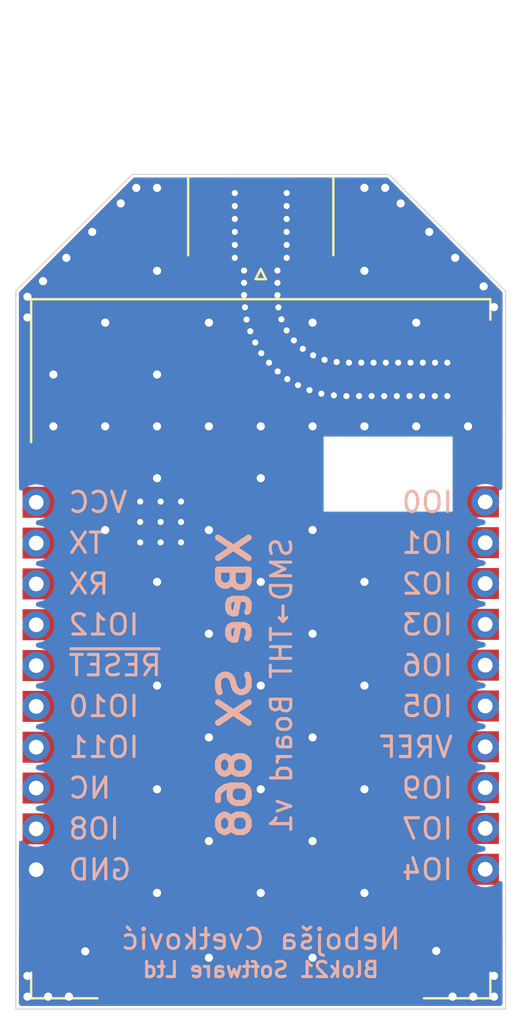
<source format=kicad_pcb>
(kicad_pcb (version 20171130) (host pcbnew "(6.0.0-rc1-dev-1577-ga1d1354bc)")

  (general
    (thickness 1.6)
    (drawings 31)
    (tracks 125)
    (zones 0)
    (modules 4)
    (nets 35)
  )

  (page A4)
  (title_block
    (title "XBee SMD -> THT Adapter Board")
    (date 2019-01-31)
    (rev v01)
    (company "Blok21 Software Limited")
    (comment 1 "Author: Nebojša Cvetković")
  )

  (layers
    (0 F.Cu signal)
    (31 B.Cu signal)
    (32 B.Adhes user)
    (33 F.Adhes user)
    (34 B.Paste user)
    (35 F.Paste user)
    (36 B.SilkS user)
    (37 F.SilkS user)
    (38 B.Mask user)
    (39 F.Mask user)
    (40 Dwgs.User user)
    (41 Cmts.User user)
    (42 Eco1.User user)
    (43 Eco2.User user)
    (44 Edge.Cuts user)
    (45 Margin user)
    (46 B.CrtYd user)
    (47 F.CrtYd user)
    (48 B.Fab user)
    (49 F.Fab user)
  )

  (setup
    (last_trace_width 0.35)
    (user_trace_width 0.254)
    (user_trace_width 0.508)
    (user_trace_width 0.635)
    (trace_clearance 0.2)
    (zone_clearance 0.12954)
    (zone_45_only no)
    (trace_min 0.2)
    (via_size 0.8)
    (via_drill 0.4)
    (via_min_size 0.4)
    (via_min_drill 0.3)
    (user_via 0.6 0.3)
    (uvia_size 0.3)
    (uvia_drill 0.1)
    (uvias_allowed no)
    (uvia_min_size 0.2)
    (uvia_min_drill 0.1)
    (edge_width 0.05)
    (segment_width 0.2)
    (pcb_text_width 0.3)
    (pcb_text_size 1.5 1.5)
    (mod_edge_width 0.12)
    (mod_text_size 1 1)
    (mod_text_width 0.15)
    (pad_size 6.3 6.3)
    (pad_drill 6.3)
    (pad_to_mask_clearance 0.051)
    (solder_mask_min_width 0.25)
    (aux_axis_origin 148.4985 104.99958)
    (grid_origin 148.4985 104.99958)
    (visible_elements 7FFDF7FF)
    (pcbplotparams
      (layerselection 0x010fc_ffffffff)
      (usegerberextensions false)
      (usegerberattributes false)
      (usegerberadvancedattributes false)
      (creategerberjobfile false)
      (excludeedgelayer true)
      (linewidth 0.100000)
      (plotframeref false)
      (viasonmask false)
      (mode 1)
      (useauxorigin false)
      (hpglpennumber 1)
      (hpglpenspeed 20)
      (hpglpendiameter 15.000000)
      (psnegative false)
      (psa4output false)
      (plotreference true)
      (plotvalue true)
      (plotinvisibletext false)
      (padsonsilk false)
      (subtractmaskfromsilk false)
      (outputformat 4)
      (mirror false)
      (drillshape 0)
      (scaleselection 1)
      (outputdirectory ""))
  )

  (net 0 "")
  (net 1 GND)
  (net 2 DIO8)
  (net 3 "Net-(J2-Pad8)")
  (net 4 DIO11)
  (net 5 DIO10)
  (net 6 RESET)
  (net 7 DIO12)
  (net 8 DIN)
  (net 9 DOUT)
  (net 10 VCC)
  (net 11 DIO4)
  (net 12 DIO7)
  (net 13 DIO9)
  (net 14 VREF)
  (net 15 DIO5)
  (net 16 DIO6)
  (net 17 DIO3)
  (net 18 DIO2)
  (net 19 DIO1)
  (net 20 DIO0)
  (net 21 "Net-(U1-Pad37)")
  (net 22 "Net-(U1-Pad34)")
  (net 23 "Net-(U1-Pad23)")
  (net 24 "Net-(U1-Pad21)")
  (net 25 "Net-(U1-Pad20)")
  (net 26 "Net-(U1-Pad19)")
  (net 27 "Net-(U1-Pad18)")
  (net 28 "Net-(U1-Pad17)")
  (net 29 "Net-(U1-Pad16)")
  (net 30 "Net-(U1-Pad15)")
  (net 31 "Net-(U1-Pad14)")
  (net 32 "Net-(U1-Pad12)")
  (net 33 "Net-(U1-Pad9)")
  (net 34 "Net-(J1-Pad1)")

  (net_class Default "This is the default net class."
    (clearance 0.2)
    (trace_width 0.35)
    (via_dia 0.8)
    (via_drill 0.4)
    (uvia_dia 0.3)
    (uvia_drill 0.1)
    (add_net DIN)
    (add_net DIO0)
    (add_net DIO1)
    (add_net DIO10)
    (add_net DIO11)
    (add_net DIO12)
    (add_net DIO2)
    (add_net DIO3)
    (add_net DIO4)
    (add_net DIO5)
    (add_net DIO6)
    (add_net DIO7)
    (add_net DIO8)
    (add_net DIO9)
    (add_net DOUT)
    (add_net GND)
    (add_net "Net-(J1-Pad1)")
    (add_net "Net-(J2-Pad8)")
    (add_net "Net-(U1-Pad12)")
    (add_net "Net-(U1-Pad14)")
    (add_net "Net-(U1-Pad15)")
    (add_net "Net-(U1-Pad16)")
    (add_net "Net-(U1-Pad17)")
    (add_net "Net-(U1-Pad18)")
    (add_net "Net-(U1-Pad19)")
    (add_net "Net-(U1-Pad20)")
    (add_net "Net-(U1-Pad21)")
    (add_net "Net-(U1-Pad23)")
    (add_net "Net-(U1-Pad34)")
    (add_net "Net-(U1-Pad37)")
    (add_net "Net-(U1-Pad9)")
    (add_net RESET)
    (add_net VCC)
    (add_net VREF)
  )

  (module xbee-smd-tht:Digi_XBee_SMT_GND_Pad (layer F.Cu) (tedit 5C407AAA) (tstamp 5C555ECC)
    (at 148.4985 103.91958)
    (descr "http://www.digi.com/resources/documentation/digidocs/pdfs/90002126.pdf http://ftp1.digi.com/support/documentation/90001020_F.pdf")
    (tags "Digi XBee SMT RF")
    (path /5C3FCD4E)
    (attr smd)
    (fp_text reference U1 (at 0 -18.85) (layer F.SilkS) hide
      (effects (font (size 1 1) (thickness 0.15)))
    )
    (fp_text value XBee_SMT (at 0 2.5) (layer F.Fab)
      (effects (font (size 1 1) (thickness 0.15)))
    )
    (fp_text user "GND plane recommended!" (at 0 -3) (layer Dwgs.User)
      (effects (font (size 0.8 0.8) (thickness 0.1)))
    )
    (fp_text user "Below module keepout or" (at 0 -4.2) (layer Dwgs.User)
      (effects (font (size 0.8 0.8) (thickness 0.1)))
    )
    (fp_text user Keepout (at 4.8 -10) (layer Dwgs.User)
      (effects (font (size 0.5 0.5) (thickness 0.1)))
    )
    (fp_text user required (at 4.8 -9) (layer Dwgs.User)
      (effects (font (size 0.5 0.5) (thickness 0.1)))
    )
    (fp_line (start 3 -10.6) (end 3 -8.3) (layer Dwgs.User) (width 0.12))
    (fp_line (start 3 -8.3) (end 9.4 -8.3) (layer Dwgs.User) (width 0.12))
    (fp_line (start 9.4 -8.3) (end 9.4 -10.6) (layer Dwgs.User) (width 0.12))
    (fp_line (start 9.4 -10.6) (end 3 -10.6) (layer Dwgs.User) (width 0.12))
    (fp_line (start 8 16.4) (end 11.25 16.4) (layer F.SilkS) (width 0.12))
    (fp_line (start 11.25 16.4) (end 11.25 15.15) (layer F.SilkS) (width 0.12))
    (fp_line (start -11.25 15.15) (end -11.25 16.4) (layer F.SilkS) (width 0.12))
    (fp_line (start -11.25 16.4) (end -8 16.4) (layer F.SilkS) (width 0.12))
    (fp_line (start -11.25 -10.85) (end -11.25 -17.85) (layer F.SilkS) (width 0.12))
    (fp_line (start -11.25 -17.85) (end 11.25 -17.85) (layer F.SilkS) (width 0.12))
    (fp_line (start 11.25 -17.85) (end 11.25 -16.85) (layer F.SilkS) (width 0.12))
    (fp_line (start -12.75 17.65) (end -12.75 -18.1) (layer F.CrtYd) (width 0.05))
    (fp_line (start -12.75 -18.1) (end 12.75 -18.1) (layer F.CrtYd) (width 0.05))
    (fp_line (start 12.75 -18.1) (end 12.75 17.65) (layer F.CrtYd) (width 0.05))
    (fp_line (start 12.75 17.65) (end -12.75 17.65) (layer F.CrtYd) (width 0.05))
    (fp_line (start -11 16.18) (end 11 16.18) (layer F.Fab) (width 0.1))
    (fp_line (start 11 16.18) (end 11 -17.6) (layer F.Fab) (width 0.1))
    (fp_line (start 11 -17.6) (end -11 -17.6) (layer F.Fab) (width 0.1))
    (fp_line (start -11 -17.6) (end -11 16.18) (layer F.Fab) (width 0.1))
    (fp_text user %R (at 0.25 0) (layer F.Fab)
      (effects (font (size 1 1) (thickness 0.15)))
    )
    (fp_line (start -11 -10.75) (end -9.5 -10) (layer F.Fab) (width 0.1))
    (fp_line (start -9.5 -10) (end -11 -9) (layer F.Fab) (width 0.1))
    (pad 38 thru_hole oval (at -4.905 -6.935) (size 0.6 0.6) (drill 0.3) (layers *.Cu *.Mask)
      (net 1 GND))
    (pad 38 thru_hole oval (at -5.905 -6.935) (size 0.6 0.6) (drill 0.3) (layers *.Cu *.Mask)
      (net 1 GND))
    (pad 38 thru_hole oval (at -5.905 -5.935) (size 0.6 0.6) (drill 0.3) (layers *.Cu *.Mask)
      (net 1 GND))
    (pad 38 thru_hole oval (at -4.905 -5.935) (size 0.6 0.6) (drill 0.3) (layers *.Cu *.Mask)
      (net 1 GND))
    (pad 38 thru_hole oval (at -3.905 -5.935) (size 0.6 0.6) (drill 0.3) (layers *.Cu *.Mask)
      (net 1 GND))
    (pad 38 thru_hole oval (at -3.905 -6.935) (size 0.6 0.6) (drill 0.3) (layers *.Cu *.Mask)
      (net 1 GND))
    (pad 38 thru_hole oval (at -3.905 -7.935) (size 0.6 0.6) (drill 0.3) (layers *.Cu *.Mask)
      (net 1 GND))
    (pad 38 thru_hole oval (at -4.905 -7.935) (size 0.6 0.6) (drill 0.3) (layers *.Cu *.Mask)
      (net 1 GND))
    (pad 38 thru_hole oval (at -5.905 -7.935) (size 0.6 0.6) (drill 0.3) (layers *.Cu *.Mask)
      (net 1 GND))
    (pad 38 smd rect (at -4.905 -6.935) (size 2.79 2.79) (layers F.Cu F.Paste F.Mask)
      (net 1 GND))
    (pad 1 smd rect (at -10.6 -9.9) (size 2.14 1.52) (layers F.Cu F.Paste F.Mask)
      (net 1 GND))
    (pad 2 smd rect (at -10.6 -7.9) (size 2.14 1.52) (layers F.Cu F.Paste F.Mask)
      (net 10 VCC))
    (pad 3 smd rect (at -10.6 -5.9) (size 2.14 1.52) (layers F.Cu F.Paste F.Mask)
      (net 9 DOUT))
    (pad 4 smd rect (at -10.6 -3.9) (size 2.14 1.52) (layers F.Cu F.Paste F.Mask)
      (net 8 DIN))
    (pad 5 smd rect (at -10.6 -1.9) (size 2.14 1.52) (layers F.Cu F.Paste F.Mask)
      (net 7 DIO12))
    (pad 6 smd rect (at -10.6 0.1) (size 2.14 1.52) (layers F.Cu F.Paste F.Mask)
      (net 6 RESET))
    (pad 7 smd rect (at -10.6 2.1) (size 2.14 1.52) (layers F.Cu F.Paste F.Mask)
      (net 5 DIO10))
    (pad 8 smd rect (at -10.6 4.1) (size 2.14 1.52) (layers F.Cu F.Paste F.Mask)
      (net 4 DIO11))
    (pad 9 smd rect (at -10.6 6.1) (size 2.14 1.52) (layers F.Cu F.Paste F.Mask)
      (net 33 "Net-(U1-Pad9)"))
    (pad 10 smd rect (at -10.6 8.1) (size 2.14 1.52) (layers F.Cu F.Paste F.Mask)
      (net 2 DIO8))
    (pad 11 smd rect (at -10.6 10.1) (size 2.14 1.52) (layers F.Cu F.Paste F.Mask)
      (net 1 GND))
    (pad 12 smd rect (at -10.6 12.1) (size 2.14 1.52) (layers F.Cu F.Paste F.Mask)
      (net 32 "Net-(U1-Pad12)"))
    (pad 13 smd rect (at -10.6 14.1) (size 2.14 1.52) (layers F.Cu F.Paste F.Mask)
      (net 1 GND))
    (pad 14 smd rect (at -7 15.53 90) (size 2.14 1.52) (layers F.Cu F.Paste F.Mask)
      (net 31 "Net-(U1-Pad14)"))
    (pad 15 smd rect (at -5 15.53 90) (size 2.14 1.52) (layers F.Cu F.Paste F.Mask)
      (net 30 "Net-(U1-Pad15)"))
    (pad 16 smd rect (at -3 15.53 90) (size 2.14 1.52) (layers F.Cu F.Paste F.Mask)
      (net 29 "Net-(U1-Pad16)"))
    (pad 17 smd rect (at -1 15.53 90) (size 2.14 1.52) (layers F.Cu F.Paste F.Mask)
      (net 28 "Net-(U1-Pad17)"))
    (pad 18 smd rect (at 1 15.53 90) (size 2.14 1.52) (layers F.Cu F.Paste F.Mask)
      (net 27 "Net-(U1-Pad18)"))
    (pad 19 smd rect (at 3 15.53 90) (size 2.14 1.52) (layers F.Cu F.Paste F.Mask)
      (net 26 "Net-(U1-Pad19)"))
    (pad 20 smd rect (at 5 15.53 90) (size 2.14 1.52) (layers F.Cu F.Paste F.Mask)
      (net 25 "Net-(U1-Pad20)"))
    (pad 21 smd rect (at 7 15.53 90) (size 2.14 1.52) (layers F.Cu F.Paste F.Mask)
      (net 24 "Net-(U1-Pad21)"))
    (pad 22 smd rect (at 10.6 14.08) (size 2.14 1.52) (layers F.Cu F.Paste F.Mask)
      (net 1 GND))
    (pad 23 smd rect (at 10.6 12.08) (size 2.14 1.52) (layers F.Cu F.Paste F.Mask)
      (net 23 "Net-(U1-Pad23)"))
    (pad 24 smd rect (at 10.6 10.08) (size 2.14 1.52) (layers F.Cu F.Paste F.Mask)
      (net 11 DIO4))
    (pad 25 smd rect (at 10.6 8.08) (size 2.14 1.52) (layers F.Cu F.Paste F.Mask)
      (net 12 DIO7))
    (pad 26 smd rect (at 10.6 6.08) (size 2.14 1.52) (layers F.Cu F.Paste F.Mask)
      (net 13 DIO9))
    (pad 27 smd rect (at 10.6 4.08) (size 2.14 1.52) (layers F.Cu F.Paste F.Mask)
      (net 14 VREF))
    (pad 28 smd rect (at 10.6 2.08) (size 2.14 1.52) (layers F.Cu F.Paste F.Mask)
      (net 15 DIO5))
    (pad 29 smd rect (at 10.6 0.08) (size 2.14 1.52) (layers F.Cu F.Paste F.Mask)
      (net 16 DIO6))
    (pad 30 smd rect (at 10.6 -1.92) (size 2.14 1.52) (layers F.Cu F.Paste F.Mask)
      (net 17 DIO3))
    (pad 31 smd rect (at 10.6 -3.92) (size 2.14 1.52) (layers F.Cu F.Paste F.Mask)
      (net 18 DIO2))
    (pad 32 smd rect (at 10.6 -5.92) (size 2.14 1.52) (layers F.Cu F.Paste F.Mask)
      (net 19 DIO1))
    (pad 33 smd rect (at 10.6 -7.92) (size 2.14 1.52) (layers F.Cu F.Paste F.Mask)
      (net 20 DIO0))
    (pad 34 smd rect (at 10.6 -9.92) (size 2.14 1.52) (layers F.Cu F.Paste F.Mask)
      (net 22 "Net-(U1-Pad34)"))
    (pad 35 smd rect (at 10.6 -11.92) (size 2.14 1.52) (layers F.Cu F.Paste F.Mask)
      (net 1 GND))
    (pad 36 smd rect (at 10.6 -13.92) (size 2.14 1.52) (layers F.Cu F.Paste F.Mask)
      (net 34 "Net-(J1-Pad1)"))
    (pad 37 smd rect (at 10.6 -15.92) (size 2.14 1.52) (layers F.Cu F.Paste F.Mask)
      (net 21 "Net-(U1-Pad37)"))
    (model ${KIPRJMOD}/xbee-smd-tht.3dshapes/Digi_XBee_SMT.step
      (offset (xyz 0 -16.25 0))
      (scale (xyz 1 1 1))
      (rotate (xyz -90 0 0))
    )
  )

  (module xbee-smd-tht-board:SMA_Linx_CONSMA003.062_EdgeMount (layer F.Cu) (tedit 5C4C4E5E) (tstamp 5C555D76)
    (at 148.4985 82.13958 90)
    (path /5C4C3F54)
    (fp_text reference J1 (at 0 0 180) (layer F.SilkS) hide
      (effects (font (size 1 1) (thickness 0.15)))
    )
    (fp_text value Conn_Coaxial (at 3.81 5.715 90) (layer F.Fab)
      (effects (font (size 1 1) (thickness 0.15)))
    )
    (fp_line (start -2.286 4.064) (end -2.286 -4.064) (layer F.CrtYd) (width 0.12))
    (fp_line (start 10.668 4.064) (end -2.032 4.064) (layer F.CrtYd) (width 0.12))
    (fp_line (start 10.668 -4.064) (end 10.668 4.064) (layer F.CrtYd) (width 0.12))
    (fp_line (start -1.778 -4.064) (end 10.668 -4.064) (layer F.CrtYd) (width 0.12))
    (fp_line (start 2.286 -3.81) (end 3.556 -3.81) (layer F.Fab) (width 0.12))
    (fp_line (start 3.556 -3.81) (end 3.556 3.81) (layer F.Fab) (width 0.12))
    (fp_line (start 3.556 3.81) (end 2.286 3.81) (layer F.Fab) (width 0.12))
    (fp_line (start 2.286 3.81) (end 2.286 -3.81) (layer F.Fab) (width 0.12))
    (fp_line (start 2.286 -3.048) (end -1.524 -3.048) (layer F.Fab) (width 0.12))
    (fp_line (start -1.524 -3.048) (end -1.524 -2.032) (layer F.Fab) (width 0.12))
    (fp_line (start -1.524 -2.032) (end 2.286 -2.032) (layer F.Fab) (width 0.12))
    (fp_line (start 2.286 -0.635) (end -1.524 -0.635) (layer F.Fab) (width 0.12))
    (fp_line (start -1.524 -0.635) (end -1.524 0.635) (layer F.Fab) (width 0.12))
    (fp_line (start -1.524 0.635) (end 2.286 0.635) (layer F.Fab) (width 0.12))
    (fp_line (start 2.286 3.048) (end -1.524 3.048) (layer F.Fab) (width 0.12))
    (fp_line (start -1.524 3.048) (end -1.524 2.032) (layer F.Fab) (width 0.12))
    (fp_line (start -1.524 2.032) (end 2.286 2.032) (layer F.Fab) (width 0.12))
    (fp_line (start 3.556 -3.048) (end 9.906 -3.048) (layer F.Fab) (width 0.12))
    (fp_line (start 9.906 -3.048) (end 9.906 3.048) (layer F.Fab) (width 0.12))
    (fp_line (start 9.906 3.048) (end 3.556 3.048) (layer F.Fab) (width 0.12))
    (fp_line (start 3.81 -3.048) (end 4.826 3.048) (layer F.Fab) (width 0.12))
    (fp_line (start 4.826 -3.048) (end 5.842 3.048) (layer F.Fab) (width 0.12))
    (fp_line (start 5.842 -3.048) (end 6.858 3.048) (layer F.Fab) (width 0.12))
    (fp_line (start 6.858 -3.048) (end 7.874 3.048) (layer F.Fab) (width 0.12))
    (fp_line (start 7.874 -3.048) (end 8.89 3.048) (layer F.Fab) (width 0.12))
    (fp_line (start 8.89 -3.048) (end 9.906 3.048) (layer F.Fab) (width 0.12))
    (fp_line (start 3.81 3.048) (end 3.556 1.524) (layer F.Fab) (width 0.12))
    (fp_line (start 2.286 3.81) (end 3.556 3.81) (layer B.Fab) (width 0.12))
    (fp_line (start 3.556 3.81) (end 3.556 -3.81) (layer B.Fab) (width 0.12))
    (fp_line (start 2.286 -3.048) (end -1.524 -3.048) (layer B.Fab) (width 0.12))
    (fp_line (start 9.906 -3.048) (end 3.556 -3.048) (layer B.Fab) (width 0.12))
    (fp_line (start 9.906 3.048) (end 9.906 -3.048) (layer B.Fab) (width 0.12))
    (fp_line (start 8.89 3.048) (end 7.874 -3.048) (layer B.Fab) (width 0.12))
    (fp_line (start -1.524 2.032) (end 2.286 2.032) (layer B.Fab) (width 0.12))
    (fp_line (start 5.842 3.048) (end 4.826 -3.048) (layer B.Fab) (width 0.12))
    (fp_line (start 2.286 -3.81) (end 2.286 3.81) (layer B.Fab) (width 0.12))
    (fp_line (start 4.826 3.048) (end 3.81 -3.048) (layer B.Fab) (width 0.12))
    (fp_line (start -1.524 -3.048) (end -1.524 -2.032) (layer B.Fab) (width 0.12))
    (fp_line (start 9.906 3.048) (end 8.89 -3.048) (layer B.Fab) (width 0.12))
    (fp_line (start 3.556 3.048) (end 9.906 3.048) (layer B.Fab) (width 0.12))
    (fp_line (start 2.286 3.048) (end -1.524 3.048) (layer B.Fab) (width 0.12))
    (fp_line (start -1.524 3.048) (end -1.524 2.032) (layer B.Fab) (width 0.12))
    (fp_line (start -1.524 -2.032) (end 2.286 -2.032) (layer B.Fab) (width 0.12))
    (fp_line (start 6.858 3.048) (end 5.842 -3.048) (layer B.Fab) (width 0.12))
    (fp_line (start 3.556 -3.81) (end 2.286 -3.81) (layer B.Fab) (width 0.12))
    (fp_line (start 7.874 3.048) (end 6.858 -3.048) (layer B.Fab) (width 0.12))
    (fp_line (start 3.81 3.048) (end 3.556 1.524) (layer B.Fab) (width 0.12))
    (fp_line (start -2.286 -4.064) (end 10.668 -4.064) (layer B.CrtYd) (width 0.12))
    (fp_line (start 10.668 -4.064) (end 10.668 4.064) (layer B.CrtYd) (width 0.12))
    (fp_line (start 10.668 4.064) (end -2.286 4.064) (layer B.CrtYd) (width 0.12))
    (fp_line (start -2.286 4.064) (end -2.286 -4.064) (layer B.CrtYd) (width 0.12))
    (fp_line (start -2.948 -0.25) (end -2.948 0.25) (layer F.SilkS) (width 0.12))
    (fp_line (start -2.448 0) (end -2.948 -0.25) (layer F.SilkS) (width 0.12))
    (fp_line (start -2.948 0.25) (end -2.448 0) (layer F.SilkS) (width 0.12))
    (fp_line (start -1.778 -3.556) (end 2.032 -3.556) (layer F.SilkS) (width 0.12))
    (fp_line (start -1.778 3.556) (end 2.032 3.556) (layer F.SilkS) (width 0.12))
    (pad 1 smd rect (at 0 0 90) (size 4.06 1.52) (layers F.Cu F.Paste F.Mask)
      (net 34 "Net-(J1-Pad1)"))
    (pad 2 smd rect (at 0 -2.54 90) (size 4.06 1.52) (layers F.Cu F.Paste F.Mask)
      (net 1 GND))
    (pad 2 smd rect (at 0 2.54 90) (size 4.06 1.52) (layers F.Cu F.Paste F.Mask)
      (net 1 GND))
    (pad 2 smd rect (at 0 -2.54 90) (size 4.06 1.52) (layers B.Cu B.Paste B.Mask)
      (net 1 GND))
    (pad 2 smd rect (at 0 2.54 90) (size 4.06 1.52) (layers B.Cu B.Paste B.Mask)
      (net 1 GND))
    (model ${KIPRJMOD}/xbee-smd-tht.3dshapes/SMA_Linx_CONSMA003.062_EdgeMount.step
      (offset (xyz 5.5372 1.1938 1.0668))
      (scale (xyz 1 1 1))
      (rotate (xyz 0 -90 90))
    )
  )

  (module Connector_PinHeader_2.00mm:PinHeader_1x10_P2.00mm_Vertical (layer B.Cu) (tedit 5C3FFBAE) (tstamp 5C555E0D)
    (at 159.4985 95.99958 180)
    (descr "Through hole straight pin header, 1x10, 2.00mm pitch, single row")
    (tags "Through hole pin header THT 1x10 2.00mm single row")
    (path /5C403F22)
    (fp_text reference J3 (at 0 2.06 180) (layer B.SilkS) hide
      (effects (font (size 1 1) (thickness 0.15)) (justify mirror))
    )
    (fp_text value Conn_01x10 (at 0 -20.06 180) (layer B.Fab)
      (effects (font (size 1 1) (thickness 0.15)) (justify mirror))
    )
    (fp_text user %R (at 0 -9 90) (layer B.Fab)
      (effects (font (size 1 1) (thickness 0.15)) (justify mirror))
    )
    (fp_line (start 1.5 1.5) (end -1.5 1.5) (layer B.CrtYd) (width 0.05))
    (fp_line (start 1.5 -19.5) (end 1.5 1.5) (layer B.CrtYd) (width 0.05))
    (fp_line (start -1.5 -19.5) (end 1.5 -19.5) (layer B.CrtYd) (width 0.05))
    (fp_line (start -1.5 1.5) (end -1.5 -19.5) (layer B.CrtYd) (width 0.05))
    (fp_line (start -1 0.5) (end -0.5 1) (layer B.Fab) (width 0.1))
    (fp_line (start -1 -19) (end -1 0.5) (layer B.Fab) (width 0.1))
    (fp_line (start 1 -19) (end -1 -19) (layer B.Fab) (width 0.1))
    (fp_line (start 1 1) (end 1 -19) (layer B.Fab) (width 0.1))
    (fp_line (start -0.5 1) (end 1 1) (layer B.Fab) (width 0.1))
    (pad 10 thru_hole circle (at 0 -18 180) (size 1.35 1.35) (drill 0.72) (layers *.Cu *.Mask)
      (net 11 DIO4))
    (pad 9 thru_hole circle (at 0 -16 180) (size 1.35 1.35) (drill 0.72) (layers *.Cu *.Mask)
      (net 12 DIO7))
    (pad 8 thru_hole circle (at 0 -14 180) (size 1.35 1.35) (drill 0.72) (layers *.Cu *.Mask)
      (net 13 DIO9))
    (pad 7 thru_hole circle (at 0 -12 180) (size 1.35 1.35) (drill 0.72) (layers *.Cu *.Mask)
      (net 14 VREF))
    (pad 6 thru_hole circle (at 0 -10 180) (size 1.35 1.35) (drill 0.72) (layers *.Cu *.Mask)
      (net 15 DIO5))
    (pad 5 thru_hole circle (at 0 -8 180) (size 1.35 1.35) (drill 0.72) (layers *.Cu *.Mask)
      (net 16 DIO6))
    (pad 4 thru_hole circle (at 0 -6 180) (size 1.35 1.35) (drill 0.72) (layers *.Cu *.Mask)
      (net 17 DIO3))
    (pad 3 thru_hole circle (at 0 -4 180) (size 1.35 1.35) (drill 0.72) (layers *.Cu *.Mask)
      (net 18 DIO2))
    (pad 2 thru_hole circle (at 0 -2 180) (size 1.35 1.35) (drill 0.72) (layers *.Cu *.Mask)
      (net 19 DIO1))
    (pad 1 thru_hole circle (at 0 0 180) (size 1.35 1.35) (drill 0.72) (layers *.Cu *.Mask)
      (net 20 DIO0))
    (model ${KISYS3DMOD}/Connector_PinHeader_2.00mm.3dshapes/PinHeader_1x10_P2.00mm_Vertical.wrl
      (at (xyz 0 0 0))
      (scale (xyz 1 1 1))
      (rotate (xyz 0 0 0))
    )
  )

  (module Connector_PinHeader_2.00mm:PinHeader_1x10_P2.00mm_Vertical (layer B.Cu) (tedit 5C4073E9) (tstamp 5C555E52)
    (at 137.4985 96.01958 180)
    (descr "Through hole straight pin header, 1x10, 2.00mm pitch, single row")
    (tags "Through hole pin header THT 1x10 2.00mm single row")
    (path /5C3FEA40)
    (fp_text reference J2 (at 0 2.06 180) (layer B.SilkS) hide
      (effects (font (size 1 1) (thickness 0.15)) (justify mirror))
    )
    (fp_text value Conn_01x10 (at 0 -20.06 180) (layer B.Fab)
      (effects (font (size 1 1) (thickness 0.15)) (justify mirror))
    )
    (fp_text user %R (at 0 -9 90) (layer B.Fab)
      (effects (font (size 1 1) (thickness 0.15)) (justify mirror))
    )
    (fp_line (start 1.5 1.5) (end -1.5 1.5) (layer B.CrtYd) (width 0.05))
    (fp_line (start 1.5 -19.5) (end 1.5 1.5) (layer B.CrtYd) (width 0.05))
    (fp_line (start -1.5 -19.5) (end 1.5 -19.5) (layer B.CrtYd) (width 0.05))
    (fp_line (start -1.5 1.5) (end -1.5 -19.5) (layer B.CrtYd) (width 0.05))
    (fp_line (start -1 0.5) (end -0.5 1) (layer B.Fab) (width 0.1))
    (fp_line (start -1 -19) (end -1 0.5) (layer B.Fab) (width 0.1))
    (fp_line (start 1 -19) (end -1 -19) (layer B.Fab) (width 0.1))
    (fp_line (start 1 1) (end 1 -19) (layer B.Fab) (width 0.1))
    (fp_line (start -0.5 1) (end 1 1) (layer B.Fab) (width 0.1))
    (pad 10 thru_hole circle (at 0 -18 180) (size 1.35 1.35) (drill 0.72) (layers *.Cu *.Mask)
      (net 1 GND))
    (pad 9 thru_hole circle (at 0 -16 180) (size 1.35 1.35) (drill 0.72) (layers *.Cu *.Mask)
      (net 2 DIO8))
    (pad 8 thru_hole circle (at 0 -14 180) (size 1.35 1.35) (drill 0.72) (layers *.Cu *.Mask)
      (net 3 "Net-(J2-Pad8)"))
    (pad 7 thru_hole circle (at 0 -12 180) (size 1.35 1.35) (drill 0.72) (layers *.Cu *.Mask)
      (net 4 DIO11))
    (pad 6 thru_hole circle (at 0 -10 180) (size 1.35 1.35) (drill 0.72) (layers *.Cu *.Mask)
      (net 5 DIO10))
    (pad 5 thru_hole circle (at 0 -8 180) (size 1.35 1.35) (drill 0.72) (layers *.Cu *.Mask)
      (net 6 RESET))
    (pad 4 thru_hole circle (at 0 -6 180) (size 1.35 1.35) (drill 0.72) (layers *.Cu *.Mask)
      (net 7 DIO12))
    (pad 3 thru_hole circle (at 0 -4 180) (size 1.35 1.35) (drill 0.72) (layers *.Cu *.Mask)
      (net 8 DIN))
    (pad 2 thru_hole circle (at 0 -2 180) (size 1.35 1.35) (drill 0.72) (layers *.Cu *.Mask)
      (net 9 DOUT))
    (pad 1 thru_hole circle (at 0 0 180) (size 1.35 1.35) (drill 0.72) (layers *.Cu *.Mask)
      (net 10 VCC))
    (model ${KISYS3DMOD}/Connector_PinHeader_2.00mm.3dshapes/PinHeader_1x10_P2.00mm_Vertical.wrl
      (at (xyz 0 0 0))
      (scale (xyz 1 1 1))
      (rotate (xyz 0 0 0))
    )
  )

  (gr_arc (start 152.4985 85.99958) (end 148.4985 85.99958) (angle -90) (layer F.Cu) (width 0.635) (tstamp 5C555D2B))
  (gr_line (start 142.2135 79.95458) (end 154.7835 79.95458) (layer Edge.Cuts) (width 0.05) (tstamp 5C555D34))
  (gr_text "Nebojša Cvetković" (at 148.4985 117.41958) (layer B.SilkS) (tstamp 5C555D1F)
    (effects (font (size 1 1) (thickness 0.15)) (justify mirror))
  )
  (gr_text "Blok21 Software Ltd" (at 148.4985 118.91958) (layer B.SilkS) (tstamp 5C555CE9)
    (effects (font (size 0.75 0.75) (thickness 0.15)) (justify mirror))
  )
  (gr_text "SMD→THT Board v1" (at 149.5145 104.99958 90) (layer B.SilkS) (tstamp 5C555CF5)
    (effects (font (size 1 1) (thickness 0.15)) (justify mirror))
  )
  (gr_text "XBee SX 868" (at 147.2285 104.99958 90) (layer B.SilkS) (tstamp 5C555D0A)
    (effects (font (size 1.5 1.5) (thickness 0.3)) (justify mirror))
  )
  (gr_text IO0 (at 157.9985 96.01958) (layer B.SilkS) (tstamp 5C555CE3)
    (effects (font (size 1 1) (thickness 0.15)) (justify left mirror))
  )
  (gr_text IO1 (at 157.9985 98.01958) (layer B.SilkS) (tstamp 5C555CF2)
    (effects (font (size 1 1) (thickness 0.15)) (justify left mirror))
  )
  (gr_text IO2 (at 157.9985 100.01958) (layer B.SilkS) (tstamp 5C555D01)
    (effects (font (size 1 1) (thickness 0.15)) (justify left mirror))
  )
  (gr_text IO3 (at 157.9985 102.01958) (layer B.SilkS) (tstamp 5C555CF8)
    (effects (font (size 1 1) (thickness 0.15)) (justify left mirror))
  )
  (gr_text IO6 (at 157.9985 104.01958) (layer B.SilkS) (tstamp 5C555CEC)
    (effects (font (size 1 1) (thickness 0.15)) (justify left mirror))
  )
  (gr_text IO5 (at 157.9985 106.01958) (layer B.SilkS) (tstamp 5C555CE0)
    (effects (font (size 1 1) (thickness 0.15)) (justify left mirror))
  )
  (gr_text VREF (at 157.9985 108.01958) (layer B.SilkS) (tstamp 5C555D07)
    (effects (font (size 1 1) (thickness 0.15)) (justify left mirror))
  )
  (gr_text IO9 (at 157.9985 110.01958) (layer B.SilkS) (tstamp 5C555D16)
    (effects (font (size 1 1) (thickness 0.15)) (justify left mirror))
  )
  (gr_text IO7 (at 157.9985 112.01958) (layer B.SilkS) (tstamp 5C555D13)
    (effects (font (size 1 1) (thickness 0.15)) (justify left mirror))
  )
  (gr_text IO4 (at 157.9985 114.01958) (layer B.SilkS) (tstamp 5C555CE6)
    (effects (font (size 1 1) (thickness 0.15)) (justify left mirror))
  )
  (gr_text GND (at 138.9985 114.01958) (layer B.SilkS) (tstamp 5C555D19)
    (effects (font (size 1 1) (thickness 0.15)) (justify right mirror))
  )
  (gr_text IO8 (at 138.9985 112.01958) (layer B.SilkS) (tstamp 5C555D04)
    (effects (font (size 1 1) (thickness 0.15)) (justify right mirror))
  )
  (gr_text NC (at 138.9985 110.01958) (layer B.SilkS) (tstamp 5C555CEF)
    (effects (font (size 1 1) (thickness 0.15)) (justify right mirror))
  )
  (gr_text IO11 (at 138.9985 108.01958) (layer B.SilkS) (tstamp 5C555D10)
    (effects (font (size 1 1) (thickness 0.15)) (justify right mirror))
  )
  (gr_text IO10 (at 138.9985 106.01958) (layer B.SilkS) (tstamp 5C555CFB)
    (effects (font (size 1 1) (thickness 0.15)) (justify right mirror))
  )
  (gr_text ~RESET~ (at 138.9985 104.01958) (layer B.SilkS) (tstamp 5C555CDD)
    (effects (font (size 1 1) (thickness 0.15)) (justify right mirror))
  )
  (gr_text IO12 (at 138.9985 102.01958) (layer B.SilkS) (tstamp 5C555D1C)
    (effects (font (size 1 1) (thickness 0.15)) (justify right mirror))
  )
  (gr_text RX (at 138.9985 100.01958) (layer B.SilkS) (tstamp 5C555CFE)
    (effects (font (size 1 1) (thickness 0.15)) (justify right mirror))
  )
  (gr_text TX (at 138.9985 98.01958) (layer B.SilkS) (tstamp 5C555D0D)
    (effects (font (size 1 1) (thickness 0.15)) (justify right mirror))
  )
  (gr_text VCC (at 138.9985 96.01958) (layer B.SilkS) (tstamp 5C555CDA)
    (effects (font (size 1 1) (thickness 0.15)) (justify right mirror))
  )
  (gr_line (start 160.4985 85.66958) (end 154.7835 79.95458) (layer Edge.Cuts) (width 0.05) (tstamp 5C555D31))
  (gr_line (start 136.4985 85.66958) (end 142.2135 79.95458) (layer Edge.Cuts) (width 0.05) (tstamp 5C555D2E))
  (gr_line (start 160.4985 120.84958) (end 160.4985 85.66958) (layer Edge.Cuts) (width 0.05) (tstamp 5C555D28))
  (gr_line (start 136.4985 120.84958) (end 160.4985 120.84958) (layer Edge.Cuts) (width 0.05) (tstamp 5C555D22))
  (gr_line (start 136.4985 85.66958) (end 136.4985 120.84958) (layer Edge.Cuts) (width 0.05) (tstamp 5C555D25))

  (via (at 139.8985 118.01958) (size 0.8) (drill 0.4) (layers F.Cu B.Cu) (net 1) (tstamp 5C5560A3))
  (via (at 157.0985 117.99958) (size 0.8) (drill 0.4) (layers F.Cu B.Cu) (net 1) (tstamp 5C5560CA))
  (via (at 147.68062 84.66688) (size 0.6) (drill 0.3) (layers F.Cu B.Cu) (net 1) (tstamp 5C5560C4))
  (via (at 147.68062 85.26886) (size 0.6) (drill 0.3) (layers F.Cu B.Cu) (net 1) (tstamp 5C5560A6))
  (via (at 147.68062 85.87084) (size 0.6) (drill 0.3) (layers F.Cu B.Cu) (net 1) (tstamp 5C5560BE))
  (via (at 147.7238 86.47028) (size 0.6) (drill 0.3) (layers F.Cu B.Cu) (net 1) (tstamp 5C5560B5))
  (via (at 147.80508 87.06718) (size 0.6) (drill 0.3) (layers F.Cu B.Cu) (net 1) (tstamp 5C5560C1))
  (via (at 147.98542 87.64122) (size 0.6) (drill 0.3) (layers F.Cu B.Cu) (net 1) (tstamp 5C55609A))
  (via (at 148.22926 88.1924) (size 0.6) (drill 0.3) (layers F.Cu B.Cu) (net 1) (tstamp 5C5560BB))
  (via (at 148.5239 88.71564) (size 0.6) (drill 0.3) (layers F.Cu B.Cu) (net 1) (tstamp 5C5560A9))
  (via (at 148.9049 89.183) (size 0.6) (drill 0.3) (layers F.Cu B.Cu) (net 1) (tstamp 5C5560A0))
  (via (at 149.32908 89.60972) (size 0.6) (drill 0.3) (layers F.Cu B.Cu) (net 1) (tstamp 5C5560B8))
  (via (at 149.79898 89.98564) (size 0.6) (drill 0.3) (layers F.Cu B.Cu) (net 1) (tstamp 5C5560B2))
  (via (at 150.32476 90.28028) (size 0.6) (drill 0.3) (layers F.Cu B.Cu) (net 1) (tstamp 5C5560AF))
  (via (at 150.8861 90.52666) (size 0.6) (drill 0.3) (layers F.Cu B.Cu) (net 1) (tstamp 5C55609D))
  (via (at 151.4703 90.69938) (size 0.6) (drill 0.3) (layers F.Cu B.Cu) (net 1) (tstamp 5C5560AC))
  (via (at 152.08244 90.78066) (size 0.6) (drill 0.3) (layers F.Cu B.Cu) (net 1) (tstamp 5C556049))
  (via (at 152.69712 90.81876) (size 0.6) (drill 0.3) (layers F.Cu B.Cu) (net 1) (tstamp 5C55608B))
  (via (at 153.31688 90.81622) (size 0.6) (drill 0.3) (layers F.Cu B.Cu) (net 1) (tstamp 5C556070))
  (via (at 153.93156 90.81622) (size 0.6) (drill 0.3) (layers F.Cu B.Cu) (net 1) (tstamp 5C556043))
  (via (at 154.54624 90.81876) (size 0.6) (drill 0.3) (layers F.Cu B.Cu) (net 1) (tstamp 5C556040))
  (via (at 155.166 90.81876) (size 0.6) (drill 0.3) (layers F.Cu B.Cu) (net 1) (tstamp 5C556067))
  (via (at 155.78576 90.81622) (size 0.6) (drill 0.3) (layers F.Cu B.Cu) (net 1) (tstamp 5C55604C))
  (via (at 156.40552 90.81876) (size 0.6) (drill 0.3) (layers F.Cu B.Cu) (net 1) (tstamp 5C556055))
  (via (at 157.02782 90.81876) (size 0.6) (drill 0.3) (layers F.Cu B.Cu) (net 1) (tstamp 5C556085))
  (via (at 149.31638 84.66688) (size 0.6) (drill 0.3) (layers F.Cu B.Cu) (net 1) (tstamp 5C556046))
  (via (at 149.31638 85.2714) (size 0.6) (drill 0.3) (layers F.Cu B.Cu) (net 1) (tstamp 5C55604F))
  (via (at 149.31638 85.87338) (size 0.6) (drill 0.3) (layers F.Cu B.Cu) (net 1) (tstamp 5C556052))
  (via (at 149.36464 86.47282) (size 0.6) (drill 0.3) (layers F.Cu B.Cu) (net 1) (tstamp 5C55603D))
  (via (at 149.51196 87.05448) (size 0.6) (drill 0.3) (layers F.Cu B.Cu) (net 1) (tstamp 5C55603A))
  (via (at 149.7685 87.60058) (size 0.6) (drill 0.3) (layers F.Cu B.Cu) (net 1) (tstamp 5C556073))
  (via (at 150.12156 88.08826) (size 0.6) (drill 0.3) (layers F.Cu B.Cu) (net 1) (tstamp 5C556037))
  (via (at 150.55844 88.49974) (size 0.6) (drill 0.3) (layers F.Cu B.Cu) (net 1) (tstamp 5C556064))
  (via (at 151.06644 88.81978) (size 0.6) (drill 0.3) (layers F.Cu B.Cu) (net 1) (tstamp 5C556034))
  (via (at 151.62524 89.04076) (size 0.6) (drill 0.3) (layers F.Cu B.Cu) (net 1) (tstamp 5C55607C))
  (via (at 152.21706 89.14744) (size 0.6) (drill 0.3) (layers F.Cu B.Cu) (net 1) (tstamp 5C55606D))
  (via (at 152.81904 89.18046) (size 0.6) (drill 0.3) (layers F.Cu B.Cu) (net 1) (tstamp 5C556031))
  (via (at 153.42356 89.18046) (size 0.6) (drill 0.3) (layers F.Cu B.Cu) (net 1) (tstamp 5C556097))
  (via (at 154.02554 89.18046) (size 0.6) (drill 0.3) (layers F.Cu B.Cu) (net 1) (tstamp 5C55608E))
  (via (at 154.62752 89.18046) (size 0.6) (drill 0.3) (layers F.Cu B.Cu) (net 1) (tstamp 5C55605E))
  (via (at 155.23204 89.18046) (size 0.6) (drill 0.3) (layers F.Cu B.Cu) (net 1) (tstamp 5C556094))
  (via (at 155.83656 89.18046) (size 0.6) (drill 0.3) (layers F.Cu B.Cu) (net 1) (tstamp 5C55606A))
  (via (at 156.43854 89.18046) (size 0.6) (drill 0.3) (layers F.Cu B.Cu) (net 1) (tstamp 5C556088))
  (via (at 157.04052 89.18046) (size 0.6) (drill 0.3) (layers F.Cu B.Cu) (net 1) (tstamp 5C556061))
  (via (at 157.63996 89.18046) (size 0.6) (drill 0.3) (layers F.Cu B.Cu) (net 1) (tstamp 5C556082))
  (via (at 157.63996 90.81876) (size 0.6) (drill 0.3) (layers F.Cu B.Cu) (net 1) (tstamp 5C556091))
  (via (at 148.4985 115.15958) (size 0.8) (drill 0.4) (layers F.Cu B.Cu) (net 1) (tstamp 5C55607F))
  (via (at 148.4985 110.07958) (size 0.8) (drill 0.4) (layers F.Cu B.Cu) (net 1) (tstamp 5C556079))
  (via (at 143.4185 115.15958) (size 0.8) (drill 0.4) (layers F.Cu B.Cu) (net 1) (tstamp 5C556076))
  (via (at 153.5785 115.15958) (size 0.8) (drill 0.4) (layers F.Cu B.Cu) (net 1) (tstamp 5C55605B))
  (via (at 153.5785 110.07958) (size 0.8) (drill 0.4) (layers F.Cu B.Cu) (net 1) (tstamp 5C556058))
  (via (at 143.4185 110.07958) (size 0.8) (drill 0.4) (layers F.Cu B.Cu) (net 1) (tstamp 5C555FCB))
  (via (at 143.4185 104.99958) (size 0.8) (drill 0.4) (layers F.Cu B.Cu) (net 1) (tstamp 5C556028))
  (via (at 148.4985 104.99958) (size 0.8) (drill 0.4) (layers F.Cu B.Cu) (net 1) (tstamp 5C556013))
  (via (at 153.5785 104.99958) (size 0.8) (drill 0.4) (layers F.Cu B.Cu) (net 1) (tstamp 5C556019))
  (via (at 153.5785 99.91958) (size 0.8) (drill 0.4) (layers F.Cu B.Cu) (net 1) (tstamp 5C555FE9))
  (via (at 148.4985 99.91958) (size 0.8) (drill 0.4) (layers F.Cu B.Cu) (net 1) (tstamp 5C555FF5))
  (via (at 143.4185 99.91958) (size 0.8) (drill 0.4) (layers F.Cu B.Cu) (net 1) (tstamp 5C556016))
  (via (at 148.4985 94.83958) (size 0.8) (drill 0.4) (layers F.Cu B.Cu) (net 1) (tstamp 5C556010))
  (via (at 143.4185 94.83958) (size 0.8) (drill 0.4) (layers F.Cu B.Cu) (net 1) (tstamp 5C555FCE))
  (via (at 143.4185 89.75958) (size 0.8) (drill 0.4) (layers F.Cu B.Cu) (net 1) (tstamp 5C555FF2))
  (via (at 143.4185 84.67958) (size 0.8) (drill 0.4) (layers F.Cu B.Cu) (net 1) (tstamp 5C555FD1))
  (via (at 153.5785 84.67958) (size 0.8) (drill 0.4) (layers F.Cu B.Cu) (net 1) (tstamp 5C55602E))
  (via (at 145.9585 107.53958) (size 0.8) (drill 0.4) (layers F.Cu B.Cu) (net 1) (tstamp 5C555FE0))
  (via (at 151.0385 107.53958) (size 0.8) (drill 0.4) (layers F.Cu B.Cu) (net 1) (tstamp 5C55602B))
  (via (at 145.9585 112.61958) (size 0.8) (drill 0.4) (layers F.Cu B.Cu) (net 1) (tstamp 5C55600D))
  (via (at 151.0385 112.61958) (size 0.8) (drill 0.4) (layers F.Cu B.Cu) (net 1) (tstamp 5C55600A))
  (via (at 145.9585 102.45958) (size 0.8) (drill 0.4) (layers F.Cu B.Cu) (net 1) (tstamp 5C556025))
  (via (at 151.0385 102.45958) (size 0.8) (drill 0.4) (layers F.Cu B.Cu) (net 1) (tstamp 5C556022))
  (via (at 145.9585 97.37958) (size 0.8) (drill 0.4) (layers F.Cu B.Cu) (net 1) (tstamp 5C556007))
  (via (at 151.0385 97.37958) (size 0.8) (drill 0.4) (layers F.Cu B.Cu) (net 1) (tstamp 5C556004))
  (via (at 140.8785 92.29958) (size 0.8) (drill 0.4) (layers F.Cu B.Cu) (net 1) (tstamp 5C556001))
  (via (at 151.0385 92.29958) (size 0.8) (drill 0.4) (layers F.Cu B.Cu) (net 1) (tstamp 5C55601F))
  (via (at 156.1185 92.29958) (size 0.8) (drill 0.4) (layers F.Cu B.Cu) (net 1) (tstamp 5C555FFE))
  (via (at 140.8785 97.37958) (size 0.8) (drill 0.4) (layers F.Cu B.Cu) (net 1) (tstamp 5C555FFB))
  (via (at 137.0685 120.23958) (size 0.8) (drill 0.4) (layers F.Cu B.Cu) (net 1) (tstamp 5C55601C))
  (via (at 138.0845 120.23958) (size 0.8) (drill 0.4) (layers F.Cu B.Cu) (net 1) (tstamp 5C555FF8))
  (via (at 139.1005 120.23958) (size 0.8) (drill 0.4) (layers F.Cu B.Cu) (net 1) (tstamp 5C555FEF))
  (via (at 137.0685 119.22358) (size 0.8) (drill 0.4) (layers F.Cu B.Cu) (net 1) (tstamp 5C555FEC))
  (via (at 159.9285 120.23958) (size 0.8) (drill 0.4) (layers F.Cu B.Cu) (net 1) (tstamp 5C555FDD))
  (via (at 158.9125 120.23958) (size 0.8) (drill 0.4) (layers F.Cu B.Cu) (net 1) (tstamp 5C555FDA))
  (via (at 157.8965 120.23958) (size 0.8) (drill 0.4) (layers F.Cu B.Cu) (net 1) (tstamp 5C555FD7))
  (via (at 159.9285 119.22358) (size 0.8) (drill 0.4) (layers F.Cu B.Cu) (net 1) (tstamp 5C555FD4))
  (via (at 137.0685 85.94958) (size 0.8) (drill 0.4) (layers F.Cu B.Cu) (net 1) (tstamp 5C555FAA))
  (via (at 137.0685 86.96558) (size 0.8) (drill 0.4) (layers F.Cu B.Cu) (net 1) (tstamp 5C555FC5))
  (via (at 137.8305 85.18758) (size 0.8) (drill 0.4) (layers F.Cu B.Cu) (net 1) (tstamp 5C555FBF))
  (via (at 159.9285 86.45758) (size 0.8) (drill 0.4) (layers F.Cu B.Cu) (net 1) (tstamp 5C555FA7))
  (via (at 159.4205 85.44158) (size 0.8) (drill 0.4) (layers F.Cu B.Cu) (net 1) (tstamp 5C555FA4))
  (via (at 142.4025 80.61558) (size 0.8) (drill 0.4) (layers F.Cu B.Cu) (net 1) (tstamp 5C555FA1))
  (via (at 143.4185 80.61558) (size 0.8) (drill 0.4) (layers F.Cu B.Cu) (net 1) (tstamp 5C555F9E))
  (via (at 154.5945 80.61558) (size 0.8) (drill 0.4) (layers F.Cu B.Cu) (net 1) (tstamp 5C555FB6))
  (via (at 153.5785 80.61558) (size 0.8) (drill 0.4) (layers F.Cu B.Cu) (net 1) (tstamp 5C555FB3))
  (via (at 141.6405 81.37758) (size 0.8) (drill 0.4) (layers F.Cu B.Cu) (net 1) (tstamp 5C555F9B))
  (via (at 155.3565 81.37758) (size 0.8) (drill 0.4) (layers F.Cu B.Cu) (net 1) (tstamp 5C555FC8))
  (via (at 140.8785 87.21958) (size 0.8) (drill 0.4) (layers F.Cu B.Cu) (net 1) (tstamp 5C555FB0))
  (via (at 145.9585 92.29958) (size 0.8) (drill 0.4) (layers F.Cu B.Cu) (net 1) (tstamp 5C555F98))
  (via (at 151.0385 87.21958) (size 0.8) (drill 0.4) (layers F.Cu B.Cu) (net 1) (tstamp 5C555FC2))
  (via (at 156.1185 87.21958) (size 0.8) (drill 0.4) (layers F.Cu B.Cu) (net 1) (tstamp 5C555FBC))
  (via (at 145.9585 87.21958) (size 0.8) (drill 0.4) (layers F.Cu B.Cu) (net 1) (tstamp 5C555FB9))
  (via (at 138.9735 84.04458) (size 0.8) (drill 0.4) (layers F.Cu B.Cu) (net 1) (tstamp 5C555FAD))
  (via (at 140.2435 82.77458) (size 0.8) (drill 0.4) (layers F.Cu B.Cu) (net 1) (tstamp 5C555F74))
  (via (at 156.7535 82.77458) (size 0.8) (drill 0.4) (layers F.Cu B.Cu) (net 1) (tstamp 5C555F80))
  (via (at 158.0235 84.04458) (size 0.8) (drill 0.4) (layers F.Cu B.Cu) (net 1) (tstamp 5C555F7D))
  (via (at 147.2285 84.04458) (size 0.6) (drill 0.3) (layers F.Cu B.Cu) (net 1) (tstamp 5C555F8C))
  (via (at 147.2285 83.40958) (size 0.6) (drill 0.3) (layers F.Cu B.Cu) (net 1) (tstamp 5C555F77))
  (via (at 147.2285 82.77458) (size 0.6) (drill 0.3) (layers F.Cu B.Cu) (net 1) (tstamp 5C555F71))
  (via (at 147.2285 82.13958) (size 0.6) (drill 0.3) (layers F.Cu B.Cu) (net 1) (tstamp 5C555F95))
  (via (at 147.2285 81.50458) (size 0.6) (drill 0.3) (layers F.Cu B.Cu) (net 1) (tstamp 5C555F86))
  (via (at 147.2285 80.86958) (size 0.6) (drill 0.3) (layers F.Cu B.Cu) (net 1) (tstamp 5C555F92))
  (via (at 149.7685 80.86958) (size 0.6) (drill 0.3) (layers F.Cu B.Cu) (net 1) (tstamp 5C555F8F))
  (via (at 149.7685 81.50458) (size 0.6) (drill 0.3) (layers F.Cu B.Cu) (net 1) (tstamp 5C555F7A))
  (via (at 149.7685 82.13958) (size 0.6) (drill 0.3) (layers F.Cu B.Cu) (net 1) (tstamp 5C555F6B))
  (via (at 149.7685 82.77458) (size 0.6) (drill 0.3) (layers F.Cu B.Cu) (net 1) (tstamp 5C555F6E))
  (via (at 149.7685 83.40958) (size 0.6) (drill 0.3) (layers F.Cu B.Cu) (net 1) (tstamp 5C555F83))
  (via (at 149.7685 84.04458) (size 0.6) (drill 0.3) (layers F.Cu B.Cu) (net 1) (tstamp 5C555F89))
  (via (at 138.3385 89.75958) (size 0.8) (drill 0.4) (layers F.Cu B.Cu) (net 1) (tstamp 5C555FE6))
  (via (at 143.4185 92.29958) (size 0.8) (drill 0.4) (layers F.Cu B.Cu) (net 1))
  (via (at 148.4985 92.29958) (size 0.8) (drill 0.4) (layers F.Cu B.Cu) (net 1))
  (via (at 153.5785 92.29958) (size 0.8) (drill 0.4) (layers F.Cu B.Cu) (net 1))
  (via (at 138.3385 92.29958) (size 0.8) (drill 0.4) (layers F.Cu B.Cu) (net 1) (tstamp 5C555FE3))
  (via (at 158.6585 92.29958) (size 0.8) (drill 0.4) (layers F.Cu B.Cu) (net 1))
  (via (at 145.9585 118.33458) (size 0.8) (drill 0.4) (layers F.Cu B.Cu) (net 1))
  (via (at 151.0385 118.33458) (size 0.8) (drill 0.4) (layers F.Cu B.Cu) (net 1))
  (segment (start 159.0985 89.99958) (end 152.4985 89.99958) (width 0.635) (layer F.Cu) (net 34) (tstamp 5C555F68))
  (segment (start 148.4985 85.99958) (end 148.4985 82.13958) (width 0.635) (layer F.Cu) (net 34) (tstamp 5C555F65))

  (zone (net 0) (net_name "") (layers F&B.Cu) (tstamp 5C5560D6) (hatch full 0.508)
    (connect_pads (clearance 0.508))
    (min_thickness 0.254)
    (keepout (tracks not_allowed) (vias not_allowed) (copperpour not_allowed))
    (fill (arc_segments 16) (thermal_gap 0.508) (thermal_bridge_width 0.508))
    (polygon
      (pts
        (xy 151.5785 92.79958) (xy 157.8985 92.79958) (xy 157.8985 96.47958) (xy 151.5785 96.47958)
      )
    )
  )
  (zone (net 1) (net_name GND) (layer F.Cu) (tstamp 5C55ACEA) (hatch edge 0.508)
    (connect_pads yes (clearance 0.12954))
    (min_thickness 0.254)
    (fill yes (arc_segments 32) (thermal_gap 0.254) (thermal_bridge_width 0.508))
    (polygon
      (pts
        (xy 136.4985 85.66958) (xy 142.2105 79.95458) (xy 154.7835 79.95458) (xy 160.4985 85.66958) (xy 160.4985 120.84958)
        (xy 136.4985 120.84958)
      )
    )
    (filled_polygon
      (pts
        (xy 147.409918 84.16958) (xy 147.416232 84.233683) (xy 147.43493 84.295323) (xy 147.465294 84.35213) (xy 147.506157 84.401923)
        (xy 147.55595 84.442786) (xy 147.612757 84.47315) (xy 147.674397 84.491848) (xy 147.7385 84.498162) (xy 147.854 84.498162)
        (xy 147.854 86.031236) (xy 147.856924 86.060928) (xy 147.85675 86.085918) (xy 147.857628 86.094874) (xy 147.93923 86.871261)
        (xy 147.950977 86.928491) (xy 147.961921 86.985861) (xy 147.964522 86.994476) (xy 148.19537 87.740225) (xy 148.218008 87.794079)
        (xy 148.239889 87.848236) (xy 148.244114 87.856182) (xy 148.615417 88.542892) (xy 148.648094 88.591339) (xy 148.680067 88.640198)
        (xy 148.685754 88.647172) (xy 149.183367 89.248683) (xy 149.224844 89.289871) (xy 149.265686 89.331578) (xy 149.27262 89.337315)
        (xy 149.877591 89.830717) (xy 149.926282 89.863067) (xy 149.974443 89.896044) (xy 149.982359 89.900325) (xy 150.671644 90.266824)
        (xy 150.725696 90.289103) (xy 150.77934 90.312095) (xy 150.787927 90.314753) (xy 150.787937 90.314757) (xy 150.787947 90.314759)
        (xy 151.535282 90.540393) (xy 151.5926 90.551743) (xy 151.649721 90.563884) (xy 151.658669 90.564825) (xy 151.658671 90.564825)
        (xy 152.435608 90.641004) (xy 152.435612 90.641004) (xy 152.466843 90.64408) (xy 157.699918 90.64408) (xy 157.699918 90.75958)
        (xy 157.706232 90.823683) (xy 157.72493 90.885323) (xy 157.755294 90.94213) (xy 157.796157 90.991923) (xy 157.84595 91.032786)
        (xy 157.902757 91.06315) (xy 157.964397 91.081848) (xy 158.0285 91.088162) (xy 160.1685 91.088162) (xy 160.216961 91.083389)
        (xy 160.216961 92.915771) (xy 160.1685 92.910998) (xy 158.0285 92.910998) (xy 158.0255 92.911293) (xy 158.0255 92.79958)
        (xy 158.02306 92.774804) (xy 158.015833 92.750979) (xy 158.004097 92.729023) (xy 157.988303 92.709777) (xy 157.969057 92.693983)
        (xy 157.947101 92.682247) (xy 157.923276 92.67502) (xy 157.8985 92.67258) (xy 151.5785 92.67258) (xy 151.553724 92.67502)
        (xy 151.529899 92.682247) (xy 151.507943 92.693983) (xy 151.488697 92.709777) (xy 151.472903 92.729023) (xy 151.461167 92.750979)
        (xy 151.45394 92.774804) (xy 151.4515 92.79958) (xy 151.4515 96.47958) (xy 151.45394 96.504356) (xy 151.461167 96.528181)
        (xy 151.472903 96.550137) (xy 151.488697 96.569383) (xy 151.507943 96.585177) (xy 151.529899 96.596913) (xy 151.553724 96.60414)
        (xy 151.5785 96.60658) (xy 157.699918 96.60658) (xy 157.699918 96.75958) (xy 157.706232 96.823683) (xy 157.72493 96.885323)
        (xy 157.755294 96.94213) (xy 157.796157 96.991923) (xy 157.805487 96.99958) (xy 157.796157 97.007237) (xy 157.755294 97.05703)
        (xy 157.72493 97.113837) (xy 157.706232 97.175477) (xy 157.699918 97.23958) (xy 157.699918 98.75958) (xy 157.706232 98.823683)
        (xy 157.72493 98.885323) (xy 157.755294 98.94213) (xy 157.796157 98.991923) (xy 157.805487 98.99958) (xy 157.796157 99.007237)
        (xy 157.755294 99.05703) (xy 157.72493 99.113837) (xy 157.706232 99.175477) (xy 157.699918 99.23958) (xy 157.699918 100.75958)
        (xy 157.706232 100.823683) (xy 157.72493 100.885323) (xy 157.755294 100.94213) (xy 157.796157 100.991923) (xy 157.805487 100.99958)
        (xy 157.796157 101.007237) (xy 157.755294 101.05703) (xy 157.72493 101.113837) (xy 157.706232 101.175477) (xy 157.699918 101.23958)
        (xy 157.699918 102.75958) (xy 157.706232 102.823683) (xy 157.72493 102.885323) (xy 157.755294 102.94213) (xy 157.796157 102.991923)
        (xy 157.805487 102.99958) (xy 157.796157 103.007237) (xy 157.755294 103.05703) (xy 157.72493 103.113837) (xy 157.706232 103.175477)
        (xy 157.699918 103.23958) (xy 157.699918 104.75958) (xy 157.706232 104.823683) (xy 157.72493 104.885323) (xy 157.755294 104.94213)
        (xy 157.796157 104.991923) (xy 157.805487 104.99958) (xy 157.796157 105.007237) (xy 157.755294 105.05703) (xy 157.72493 105.113837)
        (xy 157.706232 105.175477) (xy 157.699918 105.23958) (xy 157.699918 106.75958) (xy 157.706232 106.823683) (xy 157.72493 106.885323)
        (xy 157.755294 106.94213) (xy 157.796157 106.991923) (xy 157.805487 106.99958) (xy 157.796157 107.007237) (xy 157.755294 107.05703)
        (xy 157.72493 107.113837) (xy 157.706232 107.175477) (xy 157.699918 107.23958) (xy 157.699918 108.75958) (xy 157.706232 108.823683)
        (xy 157.72493 108.885323) (xy 157.755294 108.94213) (xy 157.796157 108.991923) (xy 157.805487 108.99958) (xy 157.796157 109.007237)
        (xy 157.755294 109.05703) (xy 157.72493 109.113837) (xy 157.706232 109.175477) (xy 157.699918 109.23958) (xy 157.699918 110.75958)
        (xy 157.706232 110.823683) (xy 157.72493 110.885323) (xy 157.755294 110.94213) (xy 157.796157 110.991923) (xy 157.805487 110.99958)
        (xy 157.796157 111.007237) (xy 157.755294 111.05703) (xy 157.72493 111.113837) (xy 157.706232 111.175477) (xy 157.699918 111.23958)
        (xy 157.699918 112.75958) (xy 157.706232 112.823683) (xy 157.72493 112.885323) (xy 157.755294 112.94213) (xy 157.796157 112.991923)
        (xy 157.805487 112.99958) (xy 157.796157 113.007237) (xy 157.755294 113.05703) (xy 157.72493 113.113837) (xy 157.706232 113.175477)
        (xy 157.699918 113.23958) (xy 157.699918 114.75958) (xy 157.706232 114.823683) (xy 157.72493 114.885323) (xy 157.755294 114.94213)
        (xy 157.796157 114.991923) (xy 157.805487 114.99958) (xy 157.796157 115.007237) (xy 157.755294 115.05703) (xy 157.72493 115.113837)
        (xy 157.706232 115.175477) (xy 157.699918 115.23958) (xy 157.699918 116.75958) (xy 157.706232 116.823683) (xy 157.72493 116.885323)
        (xy 157.755294 116.94213) (xy 157.796157 116.991923) (xy 157.84595 117.032786) (xy 157.902757 117.06315) (xy 157.964397 117.081848)
        (xy 158.0285 117.088162) (xy 160.1685 117.088162) (xy 160.21696 117.083389) (xy 160.21696 120.56804) (xy 156.582309 120.56804)
        (xy 156.587082 120.51958) (xy 156.587082 118.37958) (xy 156.580768 118.315477) (xy 156.56207 118.253837) (xy 156.531706 118.19703)
        (xy 156.490843 118.147237) (xy 156.44105 118.106374) (xy 156.384243 118.07601) (xy 156.322603 118.057312) (xy 156.2585 118.050998)
        (xy 154.7385 118.050998) (xy 154.674397 118.057312) (xy 154.612757 118.07601) (xy 154.55595 118.106374) (xy 154.506157 118.147237)
        (xy 154.4985 118.156567) (xy 154.490843 118.147237) (xy 154.44105 118.106374) (xy 154.384243 118.07601) (xy 154.322603 118.057312)
        (xy 154.2585 118.050998) (xy 152.7385 118.050998) (xy 152.674397 118.057312) (xy 152.612757 118.07601) (xy 152.55595 118.106374)
        (xy 152.506157 118.147237) (xy 152.4985 118.156567) (xy 152.490843 118.147237) (xy 152.44105 118.106374) (xy 152.384243 118.07601)
        (xy 152.322603 118.057312) (xy 152.2585 118.050998) (xy 150.7385 118.050998) (xy 150.674397 118.057312) (xy 150.612757 118.07601)
        (xy 150.55595 118.106374) (xy 150.506157 118.147237) (xy 150.4985 118.156567) (xy 150.490843 118.147237) (xy 150.44105 118.106374)
        (xy 150.384243 118.07601) (xy 150.322603 118.057312) (xy 150.2585 118.050998) (xy 148.7385 118.050998) (xy 148.674397 118.057312)
        (xy 148.612757 118.07601) (xy 148.55595 118.106374) (xy 148.506157 118.147237) (xy 148.4985 118.156567) (xy 148.490843 118.147237)
        (xy 148.44105 118.106374) (xy 148.384243 118.07601) (xy 148.322603 118.057312) (xy 148.2585 118.050998) (xy 146.7385 118.050998)
        (xy 146.674397 118.057312) (xy 146.612757 118.07601) (xy 146.55595 118.106374) (xy 146.506157 118.147237) (xy 146.4985 118.156567)
        (xy 146.490843 118.147237) (xy 146.44105 118.106374) (xy 146.384243 118.07601) (xy 146.322603 118.057312) (xy 146.2585 118.050998)
        (xy 144.7385 118.050998) (xy 144.674397 118.057312) (xy 144.612757 118.07601) (xy 144.55595 118.106374) (xy 144.506157 118.147237)
        (xy 144.4985 118.156567) (xy 144.490843 118.147237) (xy 144.44105 118.106374) (xy 144.384243 118.07601) (xy 144.322603 118.057312)
        (xy 144.2585 118.050998) (xy 142.7385 118.050998) (xy 142.674397 118.057312) (xy 142.612757 118.07601) (xy 142.55595 118.106374)
        (xy 142.506157 118.147237) (xy 142.4985 118.156567) (xy 142.490843 118.147237) (xy 142.44105 118.106374) (xy 142.384243 118.07601)
        (xy 142.322603 118.057312) (xy 142.2585 118.050998) (xy 140.7385 118.050998) (xy 140.674397 118.057312) (xy 140.612757 118.07601)
        (xy 140.55595 118.106374) (xy 140.506157 118.147237) (xy 140.465294 118.19703) (xy 140.43493 118.253837) (xy 140.416232 118.315477)
        (xy 140.409918 118.37958) (xy 140.409918 120.51958) (xy 140.414691 120.56804) (xy 136.78004 120.56804) (xy 136.78004 117.103389)
        (xy 136.8285 117.108162) (xy 138.9685 117.108162) (xy 139.032603 117.101848) (xy 139.094243 117.08315) (xy 139.15105 117.052786)
        (xy 139.200843 117.011923) (xy 139.241706 116.96213) (xy 139.27207 116.905323) (xy 139.290768 116.843683) (xy 139.297082 116.77958)
        (xy 139.297082 115.25958) (xy 139.290768 115.195477) (xy 139.27207 115.133837) (xy 139.241706 115.07703) (xy 139.200843 115.027237)
        (xy 139.15105 114.986374) (xy 139.094243 114.95601) (xy 139.032603 114.937312) (xy 138.9685 114.930998) (xy 136.8285 114.930998)
        (xy 136.78004 114.935771) (xy 136.78004 113.103389) (xy 136.8285 113.108162) (xy 138.9685 113.108162) (xy 139.032603 113.101848)
        (xy 139.094243 113.08315) (xy 139.15105 113.052786) (xy 139.200843 113.011923) (xy 139.241706 112.96213) (xy 139.27207 112.905323)
        (xy 139.290768 112.843683) (xy 139.297082 112.77958) (xy 139.297082 111.25958) (xy 139.290768 111.195477) (xy 139.27207 111.133837)
        (xy 139.241706 111.07703) (xy 139.200843 111.027237) (xy 139.191513 111.01958) (xy 139.200843 111.011923) (xy 139.241706 110.96213)
        (xy 139.27207 110.905323) (xy 139.290768 110.843683) (xy 139.297082 110.77958) (xy 139.297082 109.25958) (xy 139.290768 109.195477)
        (xy 139.27207 109.133837) (xy 139.241706 109.07703) (xy 139.200843 109.027237) (xy 139.191513 109.01958) (xy 139.200843 109.011923)
        (xy 139.241706 108.96213) (xy 139.27207 108.905323) (xy 139.290768 108.843683) (xy 139.297082 108.77958) (xy 139.297082 107.25958)
        (xy 139.290768 107.195477) (xy 139.27207 107.133837) (xy 139.241706 107.07703) (xy 139.200843 107.027237) (xy 139.191513 107.01958)
        (xy 139.200843 107.011923) (xy 139.241706 106.96213) (xy 139.27207 106.905323) (xy 139.290768 106.843683) (xy 139.297082 106.77958)
        (xy 139.297082 105.25958) (xy 139.290768 105.195477) (xy 139.27207 105.133837) (xy 139.241706 105.07703) (xy 139.200843 105.027237)
        (xy 139.191513 105.01958) (xy 139.200843 105.011923) (xy 139.241706 104.96213) (xy 139.27207 104.905323) (xy 139.290768 104.843683)
        (xy 139.297082 104.77958) (xy 139.297082 103.25958) (xy 139.290768 103.195477) (xy 139.27207 103.133837) (xy 139.241706 103.07703)
        (xy 139.200843 103.027237) (xy 139.191513 103.01958) (xy 139.200843 103.011923) (xy 139.241706 102.96213) (xy 139.27207 102.905323)
        (xy 139.290768 102.843683) (xy 139.297082 102.77958) (xy 139.297082 101.25958) (xy 139.290768 101.195477) (xy 139.27207 101.133837)
        (xy 139.241706 101.07703) (xy 139.200843 101.027237) (xy 139.191513 101.01958) (xy 139.200843 101.011923) (xy 139.241706 100.96213)
        (xy 139.27207 100.905323) (xy 139.290768 100.843683) (xy 139.297082 100.77958) (xy 139.297082 99.25958) (xy 139.290768 99.195477)
        (xy 139.27207 99.133837) (xy 139.241706 99.07703) (xy 139.200843 99.027237) (xy 139.191513 99.01958) (xy 139.200843 99.011923)
        (xy 139.241706 98.96213) (xy 139.27207 98.905323) (xy 139.290768 98.843683) (xy 139.297082 98.77958) (xy 139.297082 97.25958)
        (xy 139.290768 97.195477) (xy 139.27207 97.133837) (xy 139.241706 97.07703) (xy 139.200843 97.027237) (xy 139.191513 97.01958)
        (xy 139.200843 97.011923) (xy 139.241706 96.96213) (xy 139.27207 96.905323) (xy 139.290768 96.843683) (xy 139.297082 96.77958)
        (xy 139.297082 95.25958) (xy 139.290768 95.195477) (xy 139.27207 95.133837) (xy 139.241706 95.07703) (xy 139.200843 95.027237)
        (xy 139.15105 94.986374) (xy 139.094243 94.95601) (xy 139.032603 94.937312) (xy 138.9685 94.930998) (xy 136.8285 94.930998)
        (xy 136.78004 94.935771) (xy 136.78004 85.786196) (xy 142.330118 80.23612) (xy 147.409918 80.23612)
      )
    )
    (filled_polygon
      (pts
        (xy 160.216961 85.786199) (xy 160.216961 86.915771) (xy 160.1685 86.910998) (xy 158.0285 86.910998) (xy 157.964397 86.917312)
        (xy 157.902757 86.93601) (xy 157.84595 86.966374) (xy 157.796157 87.007237) (xy 157.755294 87.05703) (xy 157.72493 87.113837)
        (xy 157.706232 87.175477) (xy 157.699918 87.23958) (xy 157.699918 88.75958) (xy 157.706232 88.823683) (xy 157.72493 88.885323)
        (xy 157.755294 88.94213) (xy 157.796157 88.991923) (xy 157.805487 88.99958) (xy 157.796157 89.007237) (xy 157.755294 89.05703)
        (xy 157.72493 89.113837) (xy 157.706232 89.175477) (xy 157.699918 89.23958) (xy 157.699918 89.35508) (xy 152.53002 89.35508)
        (xy 151.847346 89.288143) (xy 151.220996 89.099037) (xy 150.643302 88.791871) (xy 150.136276 88.37835) (xy 149.719225 87.874221)
        (xy 149.408038 87.298693) (xy 149.214562 86.673673) (xy 149.143 85.992808) (xy 149.143 84.498162) (xy 149.2585 84.498162)
        (xy 149.322603 84.491848) (xy 149.384243 84.47315) (xy 149.44105 84.442786) (xy 149.490843 84.401923) (xy 149.531706 84.35213)
        (xy 149.56207 84.295323) (xy 149.580768 84.233683) (xy 149.587082 84.16958) (xy 149.587082 80.23612) (xy 154.666884 80.23612)
      )
    )
  )
  (zone (net 1) (net_name GND) (layer B.Cu) (tstamp 5C55ACE7) (hatch edge 0.508)
    (connect_pads yes (clearance 0.12954))
    (min_thickness 0.254)
    (fill yes (arc_segments 32) (thermal_gap 0.254) (thermal_bridge_width 0.508))
    (polygon
      (pts
        (xy 136.4985 85.66958) (xy 142.2105 79.95458) (xy 154.7835 79.95458) (xy 160.4985 85.66958) (xy 160.4985 120.84958)
        (xy 136.4985 120.84958)
      )
    )
    (filled_polygon
      (pts
        (xy 160.216961 85.786199) (xy 160.216961 95.300999) (xy 160.137238 95.221276) (xy 159.973125 95.111619) (xy 159.790773 95.036087)
        (xy 159.597188 94.99758) (xy 159.399812 94.99758) (xy 159.206227 95.036087) (xy 159.023875 95.111619) (xy 158.859762 95.221276)
        (xy 158.720196 95.360842) (xy 158.610539 95.524955) (xy 158.535007 95.707307) (xy 158.4965 95.900892) (xy 158.4965 96.098268)
        (xy 158.535007 96.291853) (xy 158.610539 96.474205) (xy 158.720196 96.638318) (xy 158.859762 96.777884) (xy 159.023875 96.887541)
        (xy 159.206227 96.963073) (xy 159.389757 96.99958) (xy 159.206227 97.036087) (xy 159.023875 97.111619) (xy 158.859762 97.221276)
        (xy 158.720196 97.360842) (xy 158.610539 97.524955) (xy 158.535007 97.707307) (xy 158.4965 97.900892) (xy 158.4965 98.098268)
        (xy 158.535007 98.291853) (xy 158.610539 98.474205) (xy 158.720196 98.638318) (xy 158.859762 98.777884) (xy 159.023875 98.887541)
        (xy 159.206227 98.963073) (xy 159.389757 98.99958) (xy 159.206227 99.036087) (xy 159.023875 99.111619) (xy 158.859762 99.221276)
        (xy 158.720196 99.360842) (xy 158.610539 99.524955) (xy 158.535007 99.707307) (xy 158.4965 99.900892) (xy 158.4965 100.098268)
        (xy 158.535007 100.291853) (xy 158.610539 100.474205) (xy 158.720196 100.638318) (xy 158.859762 100.777884) (xy 159.023875 100.887541)
        (xy 159.206227 100.963073) (xy 159.389757 100.99958) (xy 159.206227 101.036087) (xy 159.023875 101.111619) (xy 158.859762 101.221276)
        (xy 158.720196 101.360842) (xy 158.610539 101.524955) (xy 158.535007 101.707307) (xy 158.4965 101.900892) (xy 158.4965 102.098268)
        (xy 158.535007 102.291853) (xy 158.610539 102.474205) (xy 158.720196 102.638318) (xy 158.859762 102.777884) (xy 159.023875 102.887541)
        (xy 159.206227 102.963073) (xy 159.389757 102.99958) (xy 159.206227 103.036087) (xy 159.023875 103.111619) (xy 158.859762 103.221276)
        (xy 158.720196 103.360842) (xy 158.610539 103.524955) (xy 158.535007 103.707307) (xy 158.4965 103.900892) (xy 158.4965 104.098268)
        (xy 158.535007 104.291853) (xy 158.610539 104.474205) (xy 158.720196 104.638318) (xy 158.859762 104.777884) (xy 159.023875 104.887541)
        (xy 159.206227 104.963073) (xy 159.389757 104.99958) (xy 159.206227 105.036087) (xy 159.023875 105.111619) (xy 158.859762 105.221276)
        (xy 158.720196 105.360842) (xy 158.610539 105.524955) (xy 158.535007 105.707307) (xy 158.4965 105.900892) (xy 158.4965 106.098268)
        (xy 158.535007 106.291853) (xy 158.610539 106.474205) (xy 158.720196 106.638318) (xy 158.859762 106.777884) (xy 159.023875 106.887541)
        (xy 159.206227 106.963073) (xy 159.389757 106.99958) (xy 159.206227 107.036087) (xy 159.023875 107.111619) (xy 158.859762 107.221276)
        (xy 158.720196 107.360842) (xy 158.610539 107.524955) (xy 158.535007 107.707307) (xy 158.4965 107.900892) (xy 158.4965 108.098268)
        (xy 158.535007 108.291853) (xy 158.610539 108.474205) (xy 158.720196 108.638318) (xy 158.859762 108.777884) (xy 159.023875 108.887541)
        (xy 159.206227 108.963073) (xy 159.389757 108.99958) (xy 159.206227 109.036087) (xy 159.023875 109.111619) (xy 158.859762 109.221276)
        (xy 158.720196 109.360842) (xy 158.610539 109.524955) (xy 158.535007 109.707307) (xy 158.4965 109.900892) (xy 158.4965 110.098268)
        (xy 158.535007 110.291853) (xy 158.610539 110.474205) (xy 158.720196 110.638318) (xy 158.859762 110.777884) (xy 159.023875 110.887541)
        (xy 159.206227 110.963073) (xy 159.389757 110.99958) (xy 159.206227 111.036087) (xy 159.023875 111.111619) (xy 158.859762 111.221276)
        (xy 158.720196 111.360842) (xy 158.610539 111.524955) (xy 158.535007 111.707307) (xy 158.4965 111.900892) (xy 158.4965 112.098268)
        (xy 158.535007 112.291853) (xy 158.610539 112.474205) (xy 158.720196 112.638318) (xy 158.859762 112.777884) (xy 159.023875 112.887541)
        (xy 159.206227 112.963073) (xy 159.389757 112.99958) (xy 159.206227 113.036087) (xy 159.023875 113.111619) (xy 158.859762 113.221276)
        (xy 158.720196 113.360842) (xy 158.610539 113.524955) (xy 158.535007 113.707307) (xy 158.4965 113.900892) (xy 158.4965 114.098268)
        (xy 158.535007 114.291853) (xy 158.610539 114.474205) (xy 158.720196 114.638318) (xy 158.859762 114.777884) (xy 159.023875 114.887541)
        (xy 159.206227 114.963073) (xy 159.399812 115.00158) (xy 159.597188 115.00158) (xy 159.790773 114.963073) (xy 159.973125 114.887541)
        (xy 160.137238 114.777884) (xy 160.21696 114.698162) (xy 160.21696 120.56804) (xy 136.78004 120.56804) (xy 136.78004 112.718162)
        (xy 136.859762 112.797884) (xy 137.023875 112.907541) (xy 137.206227 112.983073) (xy 137.399812 113.02158) (xy 137.597188 113.02158)
        (xy 137.790773 112.983073) (xy 137.973125 112.907541) (xy 138.137238 112.797884) (xy 138.276804 112.658318) (xy 138.386461 112.494205)
        (xy 138.461993 112.311853) (xy 138.5005 112.118268) (xy 138.5005 111.920892) (xy 138.461993 111.727307) (xy 138.386461 111.544955)
        (xy 138.276804 111.380842) (xy 138.137238 111.241276) (xy 137.973125 111.131619) (xy 137.790773 111.056087) (xy 137.607243 111.01958)
        (xy 137.790773 110.983073) (xy 137.973125 110.907541) (xy 138.137238 110.797884) (xy 138.276804 110.658318) (xy 138.386461 110.494205)
        (xy 138.461993 110.311853) (xy 138.5005 110.118268) (xy 138.5005 109.920892) (xy 138.461993 109.727307) (xy 138.386461 109.544955)
        (xy 138.276804 109.380842) (xy 138.137238 109.241276) (xy 137.973125 109.131619) (xy 137.790773 109.056087) (xy 137.607243 109.01958)
        (xy 137.790773 108.983073) (xy 137.973125 108.907541) (xy 138.137238 108.797884) (xy 138.276804 108.658318) (xy 138.386461 108.494205)
        (xy 138.461993 108.311853) (xy 138.5005 108.118268) (xy 138.5005 107.920892) (xy 138.461993 107.727307) (xy 138.386461 107.544955)
        (xy 138.276804 107.380842) (xy 138.137238 107.241276) (xy 137.973125 107.131619) (xy 137.790773 107.056087) (xy 137.607243 107.01958)
        (xy 137.790773 106.983073) (xy 137.973125 106.907541) (xy 138.137238 106.797884) (xy 138.276804 106.658318) (xy 138.386461 106.494205)
        (xy 138.461993 106.311853) (xy 138.5005 106.118268) (xy 138.5005 105.920892) (xy 138.461993 105.727307) (xy 138.386461 105.544955)
        (xy 138.276804 105.380842) (xy 138.137238 105.241276) (xy 137.973125 105.131619) (xy 137.790773 105.056087) (xy 137.607243 105.01958)
        (xy 137.790773 104.983073) (xy 137.973125 104.907541) (xy 138.137238 104.797884) (xy 138.276804 104.658318) (xy 138.386461 104.494205)
        (xy 138.461993 104.311853) (xy 138.5005 104.118268) (xy 138.5005 103.920892) (xy 138.461993 103.727307) (xy 138.386461 103.544955)
        (xy 138.276804 103.380842) (xy 138.137238 103.241276) (xy 137.973125 103.131619) (xy 137.790773 103.056087) (xy 137.607243 103.01958)
        (xy 137.790773 102.983073) (xy 137.973125 102.907541) (xy 138.137238 102.797884) (xy 138.276804 102.658318) (xy 138.386461 102.494205)
        (xy 138.461993 102.311853) (xy 138.5005 102.118268) (xy 138.5005 101.920892) (xy 138.461993 101.727307) (xy 138.386461 101.544955)
        (xy 138.276804 101.380842) (xy 138.137238 101.241276) (xy 137.973125 101.131619) (xy 137.790773 101.056087) (xy 137.607243 101.01958)
        (xy 137.790773 100.983073) (xy 137.973125 100.907541) (xy 138.137238 100.797884) (xy 138.276804 100.658318) (xy 138.386461 100.494205)
        (xy 138.461993 100.311853) (xy 138.5005 100.118268) (xy 138.5005 99.920892) (xy 138.461993 99.727307) (xy 138.386461 99.544955)
        (xy 138.276804 99.380842) (xy 138.137238 99.241276) (xy 137.973125 99.131619) (xy 137.790773 99.056087) (xy 137.607243 99.01958)
        (xy 137.790773 98.983073) (xy 137.973125 98.907541) (xy 138.137238 98.797884) (xy 138.276804 98.658318) (xy 138.386461 98.494205)
        (xy 138.461993 98.311853) (xy 138.5005 98.118268) (xy 138.5005 97.920892) (xy 138.461993 97.727307) (xy 138.386461 97.544955)
        (xy 138.276804 97.380842) (xy 138.137238 97.241276) (xy 137.973125 97.131619) (xy 137.790773 97.056087) (xy 137.607243 97.01958)
        (xy 137.790773 96.983073) (xy 137.973125 96.907541) (xy 138.137238 96.797884) (xy 138.276804 96.658318) (xy 138.386461 96.494205)
        (xy 138.461993 96.311853) (xy 138.5005 96.118268) (xy 138.5005 95.920892) (xy 138.461993 95.727307) (xy 138.386461 95.544955)
        (xy 138.276804 95.380842) (xy 138.137238 95.241276) (xy 137.973125 95.131619) (xy 137.790773 95.056087) (xy 137.597188 95.01758)
        (xy 137.399812 95.01758) (xy 137.206227 95.056087) (xy 137.023875 95.131619) (xy 136.859762 95.241276) (xy 136.78004 95.320998)
        (xy 136.78004 92.79958) (xy 151.4515 92.79958) (xy 151.4515 96.47958) (xy 151.45394 96.504356) (xy 151.461167 96.528181)
        (xy 151.472903 96.550137) (xy 151.488697 96.569383) (xy 151.507943 96.585177) (xy 151.529899 96.596913) (xy 151.553724 96.60414)
        (xy 151.5785 96.60658) (xy 157.8985 96.60658) (xy 157.923276 96.60414) (xy 157.947101 96.596913) (xy 157.969057 96.585177)
        (xy 157.988303 96.569383) (xy 158.004097 96.550137) (xy 158.015833 96.528181) (xy 158.02306 96.504356) (xy 158.0255 96.47958)
        (xy 158.0255 92.79958) (xy 158.02306 92.774804) (xy 158.015833 92.750979) (xy 158.004097 92.729023) (xy 157.988303 92.709777)
        (xy 157.969057 92.693983) (xy 157.947101 92.682247) (xy 157.923276 92.67502) (xy 157.8985 92.67258) (xy 151.5785 92.67258)
        (xy 151.553724 92.67502) (xy 151.529899 92.682247) (xy 151.507943 92.693983) (xy 151.488697 92.709777) (xy 151.472903 92.729023)
        (xy 151.461167 92.750979) (xy 151.45394 92.774804) (xy 151.4515 92.79958) (xy 136.78004 92.79958) (xy 136.78004 85.786196)
        (xy 142.330118 80.23612) (xy 154.666884 80.23612)
      )
    )
  )
  (zone (net 1) (net_name GND) (layer F.Cu) (tstamp 5C55ACE4) (hatch edge 0.508)
    (connect_pads yes (clearance 0.504))
    (min_thickness 0.254)
    (fill yes (arc_segments 32) (thermal_gap 0.504) (thermal_bridge_width 0.508))
    (polygon
      (pts
        (xy 141.5935 94.98458) (xy 145.5935 94.98458) (xy 145.5935 98.98458) (xy 141.5935 98.98458)
      )
    )
    (filled_polygon
      (pts
        (xy 145.4665 98.85758) (xy 141.7205 98.85758) (xy 141.7205 95.11158) (xy 145.4665 95.11158)
      )
    )
  )
  (zone (net 1) (net_name GND) (layer B.Cu) (tstamp 5C55ACE1) (hatch edge 0.508)
    (connect_pads yes (clearance 0.504))
    (min_thickness 0.254)
    (fill yes (arc_segments 32) (thermal_gap 0.504) (thermal_bridge_width 0.508))
    (polygon
      (pts
        (xy 141.5935 94.98458) (xy 145.5935 94.98458) (xy 145.5935 98.98458) (xy 141.5935 98.98458)
      )
    )
    (filled_polygon
      (pts
        (xy 145.4665 98.85758) (xy 141.7205 98.85758) (xy 141.7205 95.11158) (xy 145.4665 95.11158)
      )
    )
  )
)

</source>
